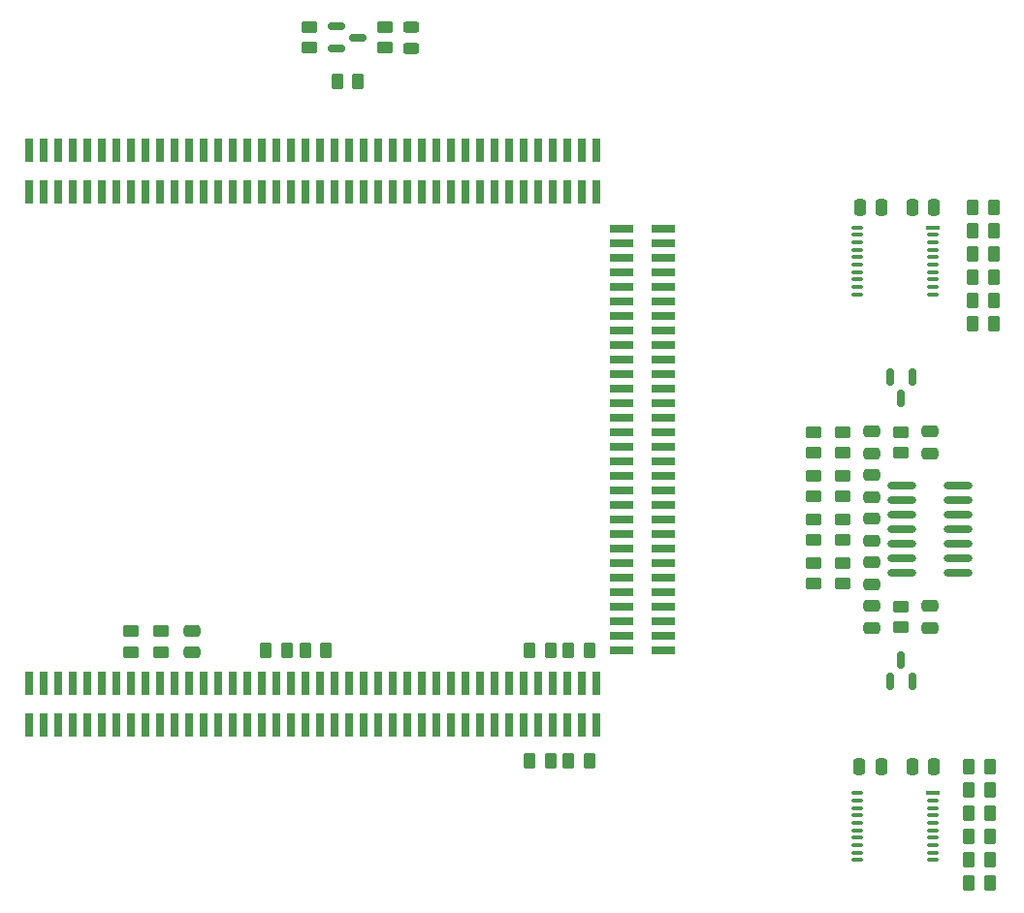
<source format=gbr>
%TF.GenerationSoftware,KiCad,Pcbnew,7.0.7*%
%TF.CreationDate,2024-02-23T10:38:31+08:00*%
%TF.ProjectId,sheet1,73686565-7431-42e6-9b69-6361645f7063,2*%
%TF.SameCoordinates,Original*%
%TF.FileFunction,Paste,Bot*%
%TF.FilePolarity,Positive*%
%FSLAX46Y46*%
G04 Gerber Fmt 4.6, Leading zero omitted, Abs format (unit mm)*
G04 Created by KiCad (PCBNEW 7.0.7) date 2024-02-23 10:38:31*
%MOMM*%
%LPD*%
G01*
G04 APERTURE LIST*
G04 Aperture macros list*
%AMRoundRect*
0 Rectangle with rounded corners*
0 $1 Rounding radius*
0 $2 $3 $4 $5 $6 $7 $8 $9 X,Y pos of 4 corners*
0 Add a 4 corners polygon primitive as box body*
4,1,4,$2,$3,$4,$5,$6,$7,$8,$9,$2,$3,0*
0 Add four circle primitives for the rounded corners*
1,1,$1+$1,$2,$3*
1,1,$1+$1,$4,$5*
1,1,$1+$1,$6,$7*
1,1,$1+$1,$8,$9*
0 Add four rect primitives between the rounded corners*
20,1,$1+$1,$2,$3,$4,$5,0*
20,1,$1+$1,$4,$5,$6,$7,0*
20,1,$1+$1,$6,$7,$8,$9,0*
20,1,$1+$1,$8,$9,$2,$3,0*%
G04 Aperture macros list end*
%ADD10RoundRect,0.250000X-0.475000X0.250000X-0.475000X-0.250000X0.475000X-0.250000X0.475000X0.250000X0*%
%ADD11RoundRect,0.250000X-0.262500X-0.450000X0.262500X-0.450000X0.262500X0.450000X-0.262500X0.450000X0*%
%ADD12RoundRect,0.150000X-0.150000X0.587500X-0.150000X-0.587500X0.150000X-0.587500X0.150000X0.587500X0*%
%ADD13RoundRect,0.250000X-0.250000X-0.475000X0.250000X-0.475000X0.250000X0.475000X-0.250000X0.475000X0*%
%ADD14RoundRect,0.250000X0.262500X0.450000X-0.262500X0.450000X-0.262500X-0.450000X0.262500X-0.450000X0*%
%ADD15RoundRect,0.250000X0.450000X-0.262500X0.450000X0.262500X-0.450000X0.262500X-0.450000X-0.262500X0*%
%ADD16RoundRect,0.250000X-0.450000X0.262500X-0.450000X-0.262500X0.450000X-0.262500X0.450000X0.262500X0*%
%ADD17O,1.143000X0.330000*%
%ADD18R,1.143000X0.330000*%
%ADD19RoundRect,0.150000X-0.587500X-0.150000X0.587500X-0.150000X0.587500X0.150000X-0.587500X0.150000X0*%
%ADD20RoundRect,0.243750X0.456250X-0.243750X0.456250X0.243750X-0.456250X0.243750X-0.456250X-0.243750X0*%
%ADD21RoundRect,0.250000X0.475000X-0.250000X0.475000X0.250000X-0.475000X0.250000X-0.475000X-0.250000X0*%
%ADD22R,2.100000X0.750000*%
%ADD23R,0.750000X2.100000*%
%ADD24O,2.500000X0.700000*%
%ADD25RoundRect,0.150000X0.150000X-0.587500X0.150000X0.587500X-0.150000X0.587500X-0.150000X-0.587500X0*%
G04 APERTURE END LIST*
D10*
%TO.C,C10*%
X291836200Y-129822300D03*
X291836200Y-127922300D03*
%TD*%
D11*
%TO.C,R32*%
X263761200Y-141424800D03*
X261936200Y-141424800D03*
%TD*%
D12*
%TO.C,D2*%
X294376200Y-109814800D03*
X295326200Y-107939800D03*
X293426200Y-107939800D03*
%TD*%
D13*
%TO.C,C3*%
X292643945Y-93081800D03*
X290743945Y-93081800D03*
%TD*%
D14*
%TO.C,R3*%
X300601200Y-95113800D03*
X302426200Y-95113800D03*
%TD*%
D10*
%TO.C,C11*%
X296916200Y-114582300D03*
X296916200Y-112682300D03*
%TD*%
D14*
%TO.C,R2*%
X302101292Y-141998390D03*
X300276292Y-141998390D03*
%TD*%
%TO.C,R1*%
X300601200Y-93081800D03*
X302426200Y-93081800D03*
%TD*%
D13*
%TO.C,C2*%
X295326547Y-141995800D03*
X297226547Y-141995800D03*
%TD*%
D15*
%TO.C,R14*%
X286756200Y-120339800D03*
X286756200Y-122164800D03*
%TD*%
%TO.C,R15*%
X286756200Y-112719800D03*
X286756200Y-114544800D03*
%TD*%
D16*
%TO.C,R21*%
X294376200Y-129784800D03*
X294376200Y-127959800D03*
%TD*%
D14*
%TO.C,R7*%
X300601200Y-99177800D03*
X302426200Y-99177800D03*
%TD*%
D17*
%TO.C,U1*%
X290540445Y-94857190D03*
X290540465Y-95507200D03*
X290540445Y-96157190D03*
X290540465Y-96807200D03*
X290540465Y-97457180D03*
X290540465Y-98107200D03*
X290540465Y-98757210D03*
X290540465Y-99407190D03*
X290540465Y-100057200D03*
X290540465Y-100707190D03*
X297140455Y-100707190D03*
X297140455Y-100057200D03*
X297140455Y-99407190D03*
X297140455Y-98757210D03*
X297140455Y-98107200D03*
X297140455Y-97457180D03*
X297140455Y-96807200D03*
X297140455Y-96157190D03*
X297140455Y-95507200D03*
D18*
X297140455Y-94857190D03*
%TD*%
D19*
%TO.C,Q1*%
X246930368Y-78274800D03*
X245055368Y-77324800D03*
X245055368Y-79224800D03*
%TD*%
D10*
%TO.C,C6*%
X291836200Y-118392300D03*
X291836200Y-116492300D03*
%TD*%
D15*
%TO.C,R16*%
X286756200Y-116549800D03*
X286756200Y-118374800D03*
%TD*%
D14*
%TO.C,R8*%
X302101292Y-148091800D03*
X300276292Y-148091800D03*
%TD*%
D20*
%TO.C,D3*%
X251611200Y-77337300D03*
X251611200Y-79212300D03*
%TD*%
D21*
%TO.C,C8*%
X291836200Y-112682300D03*
X291836200Y-114582300D03*
%TD*%
D11*
%TO.C,R26*%
X240748700Y-131824800D03*
X238923700Y-131824800D03*
%TD*%
D16*
%TO.C,R22*%
X294376200Y-114544800D03*
X294376200Y-112719800D03*
%TD*%
%TO.C,R19*%
X289296200Y-125974800D03*
X289296200Y-124149800D03*
%TD*%
D14*
%TO.C,R11*%
X300601200Y-103241800D03*
X302426200Y-103241800D03*
%TD*%
%TO.C,R5*%
X300601200Y-97145800D03*
X302426200Y-97145800D03*
%TD*%
D13*
%TO.C,C4*%
X290720037Y-141995800D03*
X292620037Y-141995800D03*
%TD*%
D14*
%TO.C,R29*%
X245107200Y-82084800D03*
X246932200Y-82084800D03*
%TD*%
D15*
%TO.C,R23*%
X227086200Y-130124800D03*
X227086200Y-131949800D03*
%TD*%
D11*
%TO.C,R25*%
X244148700Y-131824800D03*
X242323700Y-131824800D03*
%TD*%
D15*
%TO.C,R20*%
X289296200Y-112719800D03*
X289296200Y-114544800D03*
%TD*%
D14*
%TO.C,R6*%
X302101292Y-146059800D03*
X300276292Y-146059800D03*
%TD*%
D15*
%TO.C,R30*%
X242721200Y-77362300D03*
X242721200Y-79187300D03*
%TD*%
D22*
%TO.C,DSP1*%
X269981800Y-131835800D03*
X273581800Y-131835800D03*
X269981800Y-130565800D03*
X273581800Y-130565800D03*
X269981800Y-129295800D03*
X273581800Y-129295800D03*
X269981800Y-128025800D03*
X273581800Y-128025800D03*
X269981800Y-126755800D03*
X273581800Y-126755800D03*
X269981800Y-125485800D03*
X273581800Y-125485800D03*
X269981800Y-124215800D03*
X273581800Y-124215800D03*
X269981800Y-122945800D03*
X273581800Y-122945800D03*
X269981800Y-121675800D03*
X273581800Y-121675800D03*
X269981800Y-120405800D03*
X273581800Y-120405800D03*
X269981800Y-119135800D03*
X273581800Y-119135800D03*
X269981800Y-117865800D03*
X273581800Y-117865800D03*
X269981800Y-116595800D03*
X273581800Y-116595800D03*
X269981800Y-115325800D03*
X273581800Y-115325800D03*
X269981800Y-114055800D03*
X273581800Y-114055800D03*
X269981800Y-112785800D03*
X273581800Y-112785800D03*
X269981800Y-111515800D03*
X273581800Y-111515800D03*
X269981800Y-110245800D03*
X273581800Y-110245800D03*
X269981800Y-108975800D03*
X273581800Y-108975800D03*
X269981800Y-107705800D03*
X273581800Y-107705800D03*
X269981800Y-106435800D03*
X273581800Y-106435800D03*
X269981800Y-105165800D03*
X273581800Y-105165800D03*
X269981800Y-103895800D03*
X273581800Y-103895800D03*
X269981800Y-102625800D03*
X273581800Y-102625800D03*
X269981800Y-101355800D03*
X273581800Y-101355800D03*
X269981800Y-100085800D03*
X273581800Y-100085800D03*
X269981800Y-98815800D03*
X273581800Y-98815800D03*
X269981800Y-97545800D03*
X273581800Y-97545800D03*
X269981800Y-96275800D03*
X273581800Y-96275800D03*
X269981800Y-95005800D03*
X273581800Y-95005800D03*
D23*
X267721200Y-138331400D03*
X267721200Y-134731400D03*
X266451200Y-138331400D03*
X266451200Y-134731400D03*
X265181200Y-138331400D03*
X265181200Y-134731400D03*
X263911200Y-138331400D03*
X263911200Y-134731400D03*
X262641200Y-138331400D03*
X262641200Y-134731400D03*
X261371200Y-138331400D03*
X261371200Y-134731400D03*
X260101200Y-138331400D03*
X260101200Y-134731400D03*
X258831200Y-138331400D03*
X258831200Y-134731400D03*
X257561200Y-138331400D03*
X257561200Y-134731400D03*
X256291200Y-138331400D03*
X256291200Y-134731400D03*
X255021200Y-138331400D03*
X255021200Y-134731400D03*
X253751200Y-138331400D03*
X253751200Y-134731400D03*
X252481200Y-138331400D03*
X252481200Y-134731400D03*
X251211200Y-138331400D03*
X251211200Y-134731400D03*
X249941200Y-138331400D03*
X249941200Y-134731400D03*
X248671200Y-138331400D03*
X248671200Y-134731400D03*
X247401200Y-138331400D03*
X247401200Y-134731400D03*
X246131200Y-138331400D03*
X246131200Y-134731400D03*
X244861200Y-138331400D03*
X244861200Y-134731400D03*
X243591200Y-138331400D03*
X243591200Y-134731400D03*
X242321200Y-138331400D03*
X242321200Y-134731400D03*
X241051200Y-138331400D03*
X241051200Y-134731400D03*
X239781200Y-138331400D03*
X239781200Y-134731400D03*
X238511200Y-138331400D03*
X238511200Y-134731400D03*
X237241200Y-138331400D03*
X237241200Y-134731400D03*
X235971200Y-138331400D03*
X235971200Y-134731400D03*
X234701200Y-138331400D03*
X234701200Y-134731400D03*
X233431200Y-138331400D03*
X233431200Y-134731400D03*
X232161200Y-138331400D03*
X232161200Y-134731400D03*
X230891200Y-138331400D03*
X230891200Y-134731400D03*
X229621200Y-138331400D03*
X229621200Y-134731400D03*
X228351200Y-138331400D03*
X228351200Y-134731400D03*
X227081200Y-138331400D03*
X227081200Y-134731400D03*
X225811200Y-138331400D03*
X225811200Y-134731400D03*
X224541200Y-138331400D03*
X224541200Y-134731400D03*
X223271200Y-138331400D03*
X223271200Y-134731400D03*
X222001200Y-138331400D03*
X222001200Y-134731400D03*
X220731200Y-138331400D03*
X220731200Y-134731400D03*
X219461200Y-138331400D03*
X219461200Y-134731400D03*
X218191200Y-138331400D03*
X218191200Y-134731400D03*
X267718000Y-91738500D03*
X267718000Y-88138500D03*
X266448000Y-91738500D03*
X266448000Y-88138500D03*
X265178000Y-91738500D03*
X265178000Y-88138500D03*
X263908000Y-91738500D03*
X263908000Y-88138500D03*
X262638000Y-91738500D03*
X262638000Y-88138500D03*
X261368000Y-91738500D03*
X261368000Y-88138500D03*
X260098000Y-91738500D03*
X260098000Y-88138500D03*
X258828000Y-91738500D03*
X258828000Y-88138500D03*
X257558000Y-91738500D03*
X257558000Y-88138500D03*
X256288000Y-91738500D03*
X256288000Y-88138500D03*
X255018000Y-91738500D03*
X255018000Y-88138500D03*
X253748000Y-91738500D03*
X253748000Y-88138500D03*
X252478000Y-91738500D03*
X252478000Y-88138500D03*
X251208000Y-91738500D03*
X251208000Y-88138500D03*
X249938000Y-91738500D03*
X249938000Y-88138500D03*
X248668000Y-91738500D03*
X248668000Y-88138500D03*
X247398000Y-91738500D03*
X247398000Y-88138500D03*
X246128000Y-91738500D03*
X246128000Y-88138500D03*
X244858000Y-91738500D03*
X244858000Y-88138500D03*
X243588000Y-91738500D03*
X243588000Y-88138500D03*
X242318000Y-91738500D03*
X242318000Y-88138500D03*
X241048000Y-91738500D03*
X241048000Y-88138500D03*
X239778000Y-91738500D03*
X239778000Y-88138500D03*
X238508000Y-91738500D03*
X238508000Y-88138500D03*
X237238000Y-91738500D03*
X237238000Y-88138500D03*
X235968000Y-91738500D03*
X235968000Y-88138500D03*
X234698000Y-91738500D03*
X234698000Y-88138500D03*
X233428000Y-91738500D03*
X233428000Y-88138500D03*
X232158000Y-91738500D03*
X232158000Y-88138500D03*
X230888000Y-91738500D03*
X230888000Y-88138500D03*
X229618000Y-91738500D03*
X229618000Y-88138500D03*
X228348000Y-91738500D03*
X228348000Y-88138500D03*
X227078000Y-91738500D03*
X227078000Y-88138500D03*
X225808000Y-91738500D03*
X225808000Y-88138500D03*
X224538000Y-91738500D03*
X224538000Y-88138500D03*
X223268000Y-91738500D03*
X223268000Y-88138500D03*
X221998000Y-91738500D03*
X221998000Y-88138500D03*
X220728000Y-91738500D03*
X220728000Y-88138500D03*
X219458000Y-91738500D03*
X219458000Y-88138500D03*
X218188000Y-91738500D03*
X218188000Y-88138500D03*
%TD*%
D24*
%TO.C,N1*%
X299366200Y-125062300D03*
X299366200Y-123792300D03*
X299366200Y-122522300D03*
X299366200Y-121252300D03*
X299366200Y-119982300D03*
X299366200Y-118712300D03*
X299366200Y-117442300D03*
X294466200Y-117442300D03*
X294466200Y-118712300D03*
X294466200Y-119982300D03*
X294466200Y-121252300D03*
X294466200Y-122522300D03*
X294466200Y-123792300D03*
X294466200Y-125062300D03*
%TD*%
D15*
%TO.C,R24*%
X229762866Y-130124800D03*
X229762866Y-131949800D03*
%TD*%
D14*
%TO.C,R4*%
X302101292Y-144027800D03*
X300276292Y-144027800D03*
%TD*%
D21*
%TO.C,C9*%
X296916200Y-127922300D03*
X296916200Y-129822300D03*
%TD*%
D14*
%TO.C,R9*%
X300601200Y-101209800D03*
X302426200Y-101209800D03*
%TD*%
D10*
%TO.C,C7*%
X291836200Y-126012300D03*
X291836200Y-124112300D03*
%TD*%
D15*
%TO.C,R31*%
X249264534Y-77362300D03*
X249264534Y-79187300D03*
%TD*%
D18*
%TO.C,U2*%
X297116547Y-144279190D03*
D17*
X297116547Y-144929200D03*
X297116547Y-145579190D03*
X297116547Y-146229200D03*
X297116547Y-146879180D03*
X297116547Y-147529200D03*
X297116547Y-148179210D03*
X297116547Y-148829190D03*
X297116547Y-149479200D03*
X297116547Y-150129190D03*
X290516557Y-150129190D03*
X290516557Y-149479200D03*
X290516557Y-148829190D03*
X290516557Y-148179210D03*
X290516557Y-147529200D03*
X290516557Y-146879180D03*
X290516557Y-146229200D03*
X290516537Y-145579190D03*
X290516557Y-144929200D03*
X290516537Y-144279190D03*
%TD*%
D14*
%TO.C,R33*%
X265336200Y-141424800D03*
X267161200Y-141424800D03*
%TD*%
D11*
%TO.C,R28*%
X267161200Y-131799800D03*
X265336200Y-131799800D03*
%TD*%
D16*
%TO.C,R17*%
X289296200Y-122164800D03*
X289296200Y-120339800D03*
%TD*%
D10*
%TO.C,C12*%
X232469534Y-131987300D03*
X232469534Y-130087300D03*
%TD*%
%TO.C,C5*%
X291836200Y-122202300D03*
X291836200Y-120302300D03*
%TD*%
D25*
%TO.C,D1*%
X294376200Y-132682300D03*
X293426200Y-134557300D03*
X295326200Y-134557300D03*
%TD*%
D16*
%TO.C,R13*%
X286756200Y-125974800D03*
X286756200Y-124149800D03*
%TD*%
D14*
%TO.C,R12*%
X302101292Y-152155800D03*
X300276292Y-152155800D03*
%TD*%
D16*
%TO.C,R18*%
X289296200Y-118374800D03*
X289296200Y-116549800D03*
%TD*%
D14*
%TO.C,R27*%
X261936200Y-131799800D03*
X263761200Y-131799800D03*
%TD*%
D13*
%TO.C,C1*%
X297250455Y-93081800D03*
X295350455Y-93081800D03*
%TD*%
D14*
%TO.C,R10*%
X302101292Y-150123800D03*
X300276292Y-150123800D03*
%TD*%
M02*

</source>
